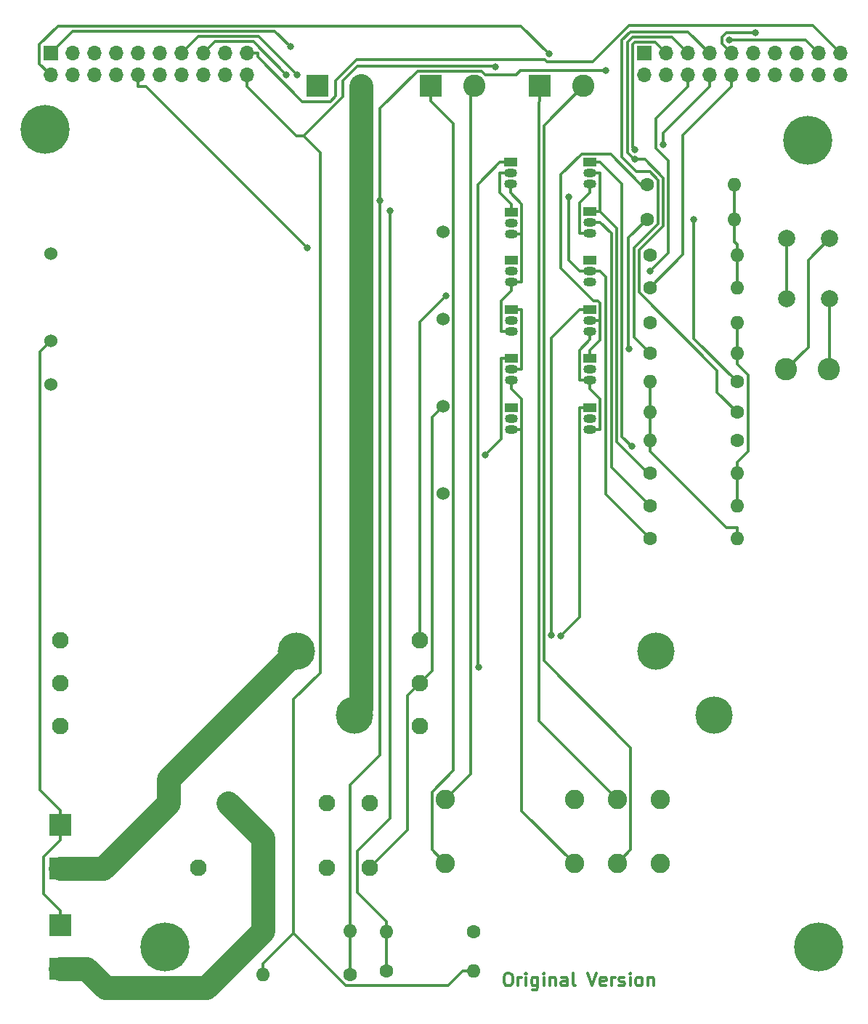
<source format=gbr>
%TF.GenerationSoftware,KiCad,Pcbnew,(5.1.6)-1*%
%TF.CreationDate,2021-11-19T15:30:09+01:00*%
%TF.ProjectId,FoxRobot,466f7852-6f62-46f7-942e-6b696361645f,V01*%
%TF.SameCoordinates,Original*%
%TF.FileFunction,Copper,L1,Top*%
%TF.FilePolarity,Positive*%
%FSLAX46Y46*%
G04 Gerber Fmt 4.6, Leading zero omitted, Abs format (unit mm)*
G04 Created by KiCad (PCBNEW (5.1.6)-1) date 2021-11-19 15:30:09*
%MOMM*%
%LPD*%
G01*
G04 APERTURE LIST*
%TA.AperFunction,NonConductor*%
%ADD10C,0.300000*%
%TD*%
%TA.AperFunction,ComponentPad*%
%ADD11C,1.524000*%
%TD*%
%TA.AperFunction,ComponentPad*%
%ADD12O,1.600000X1.600000*%
%TD*%
%TA.AperFunction,ComponentPad*%
%ADD13C,1.600000*%
%TD*%
%TA.AperFunction,ComponentPad*%
%ADD14R,1.500000X1.050000*%
%TD*%
%TA.AperFunction,ComponentPad*%
%ADD15O,1.500000X1.050000*%
%TD*%
%TA.AperFunction,ComponentPad*%
%ADD16C,1.950000*%
%TD*%
%TA.AperFunction,ComponentPad*%
%ADD17C,4.350000*%
%TD*%
%TA.AperFunction,ComponentPad*%
%ADD18O,1.700000X1.700000*%
%TD*%
%TA.AperFunction,ComponentPad*%
%ADD19R,1.700000X1.700000*%
%TD*%
%TA.AperFunction,ComponentPad*%
%ADD20C,2.600000*%
%TD*%
%TA.AperFunction,ComponentPad*%
%ADD21R,2.600000X2.600000*%
%TD*%
%TA.AperFunction,SMDPad,CuDef*%
%ADD22R,2.500000X2.500000*%
%TD*%
%TA.AperFunction,ComponentPad*%
%ADD23C,2.250000*%
%TD*%
%TA.AperFunction,ComponentPad*%
%ADD24C,3.600000*%
%TD*%
%TA.AperFunction,ConnectorPad*%
%ADD25C,5.700000*%
%TD*%
%TA.AperFunction,ComponentPad*%
%ADD26C,2.000000*%
%TD*%
%TA.AperFunction,ViaPad*%
%ADD27C,0.800000*%
%TD*%
%TA.AperFunction,Conductor*%
%ADD28C,0.300000*%
%TD*%
%TA.AperFunction,Conductor*%
%ADD29C,2.800000*%
%TD*%
G04 APERTURE END LIST*
D10*
X72887142Y-122368571D02*
X73172857Y-122368571D01*
X73315714Y-122440000D01*
X73458571Y-122582857D01*
X73530000Y-122868571D01*
X73530000Y-123368571D01*
X73458571Y-123654285D01*
X73315714Y-123797142D01*
X73172857Y-123868571D01*
X72887142Y-123868571D01*
X72744285Y-123797142D01*
X72601428Y-123654285D01*
X72530000Y-123368571D01*
X72530000Y-122868571D01*
X72601428Y-122582857D01*
X72744285Y-122440000D01*
X72887142Y-122368571D01*
X74172857Y-123868571D02*
X74172857Y-122868571D01*
X74172857Y-123154285D02*
X74244285Y-123011428D01*
X74315714Y-122940000D01*
X74458571Y-122868571D01*
X74601428Y-122868571D01*
X75101428Y-123868571D02*
X75101428Y-122868571D01*
X75101428Y-122368571D02*
X75030000Y-122440000D01*
X75101428Y-122511428D01*
X75172857Y-122440000D01*
X75101428Y-122368571D01*
X75101428Y-122511428D01*
X76458571Y-122868571D02*
X76458571Y-124082857D01*
X76387142Y-124225714D01*
X76315714Y-124297142D01*
X76172857Y-124368571D01*
X75958571Y-124368571D01*
X75815714Y-124297142D01*
X76458571Y-123797142D02*
X76315714Y-123868571D01*
X76030000Y-123868571D01*
X75887142Y-123797142D01*
X75815714Y-123725714D01*
X75744285Y-123582857D01*
X75744285Y-123154285D01*
X75815714Y-123011428D01*
X75887142Y-122940000D01*
X76030000Y-122868571D01*
X76315714Y-122868571D01*
X76458571Y-122940000D01*
X77172857Y-123868571D02*
X77172857Y-122868571D01*
X77172857Y-122368571D02*
X77101428Y-122440000D01*
X77172857Y-122511428D01*
X77244285Y-122440000D01*
X77172857Y-122368571D01*
X77172857Y-122511428D01*
X77887142Y-122868571D02*
X77887142Y-123868571D01*
X77887142Y-123011428D02*
X77958571Y-122940000D01*
X78101428Y-122868571D01*
X78315714Y-122868571D01*
X78458571Y-122940000D01*
X78530000Y-123082857D01*
X78530000Y-123868571D01*
X79887142Y-123868571D02*
X79887142Y-123082857D01*
X79815714Y-122940000D01*
X79672857Y-122868571D01*
X79387142Y-122868571D01*
X79244285Y-122940000D01*
X79887142Y-123797142D02*
X79744285Y-123868571D01*
X79387142Y-123868571D01*
X79244285Y-123797142D01*
X79172857Y-123654285D01*
X79172857Y-123511428D01*
X79244285Y-123368571D01*
X79387142Y-123297142D01*
X79744285Y-123297142D01*
X79887142Y-123225714D01*
X80815714Y-123868571D02*
X80672857Y-123797142D01*
X80601428Y-123654285D01*
X80601428Y-122368571D01*
X82315714Y-122368571D02*
X82815714Y-123868571D01*
X83315714Y-122368571D01*
X84387142Y-123797142D02*
X84244285Y-123868571D01*
X83958571Y-123868571D01*
X83815714Y-123797142D01*
X83744285Y-123654285D01*
X83744285Y-123082857D01*
X83815714Y-122940000D01*
X83958571Y-122868571D01*
X84244285Y-122868571D01*
X84387142Y-122940000D01*
X84458571Y-123082857D01*
X84458571Y-123225714D01*
X83744285Y-123368571D01*
X85101428Y-123868571D02*
X85101428Y-122868571D01*
X85101428Y-123154285D02*
X85172857Y-123011428D01*
X85244285Y-122940000D01*
X85387142Y-122868571D01*
X85530000Y-122868571D01*
X85958571Y-123797142D02*
X86101428Y-123868571D01*
X86387142Y-123868571D01*
X86530000Y-123797142D01*
X86601428Y-123654285D01*
X86601428Y-123582857D01*
X86530000Y-123440000D01*
X86387142Y-123368571D01*
X86172857Y-123368571D01*
X86030000Y-123297142D01*
X85958571Y-123154285D01*
X85958571Y-123082857D01*
X86030000Y-122940000D01*
X86172857Y-122868571D01*
X86387142Y-122868571D01*
X86530000Y-122940000D01*
X87244285Y-123868571D02*
X87244285Y-122868571D01*
X87244285Y-122368571D02*
X87172857Y-122440000D01*
X87244285Y-122511428D01*
X87315714Y-122440000D01*
X87244285Y-122368571D01*
X87244285Y-122511428D01*
X88172857Y-123868571D02*
X88030000Y-123797142D01*
X87958571Y-123725714D01*
X87887142Y-123582857D01*
X87887142Y-123154285D01*
X87958571Y-123011428D01*
X88030000Y-122940000D01*
X88172857Y-122868571D01*
X88387142Y-122868571D01*
X88530000Y-122940000D01*
X88601428Y-123011428D01*
X88672857Y-123154285D01*
X88672857Y-123582857D01*
X88601428Y-123725714D01*
X88530000Y-123797142D01*
X88387142Y-123868571D01*
X88172857Y-123868571D01*
X89315714Y-122868571D02*
X89315714Y-123868571D01*
X89315714Y-123011428D02*
X89387142Y-122940000D01*
X89530000Y-122868571D01*
X89744285Y-122868571D01*
X89887142Y-122940000D01*
X89958571Y-123082857D01*
X89958571Y-123868571D01*
X22923571Y-122027142D02*
X24066428Y-122027142D01*
X23495000Y-122598571D02*
X23495000Y-121455714D01*
X22796571Y-110597142D02*
X23939428Y-110597142D01*
X23368000Y-111168571D02*
X23368000Y-110025714D01*
D11*
%TO.P,U1,8*%
%TO.N,N/C*%
X65405000Y-66548000D03*
%TO.P,U1,7*%
%TO.N,+5V*%
X65405000Y-56388000D03*
%TO.P,U1,6*%
%TO.N,Net-(C1-Pad2)*%
X65405000Y-46228000D03*
%TO.P,U1,5*%
%TO.N,N/C*%
X65405000Y-36068000D03*
%TO.P,U1,4*%
%TO.N,+24V*%
X19685000Y-53848000D03*
%TO.P,U1,3*%
%TO.N,Net-(C1-Pad2)*%
X19685000Y-48768000D03*
%TO.P,U1,1*%
%TO.N,N/C*%
X19685000Y-38608000D03*
%TD*%
D12*
%TO.P,R13,2*%
%TO.N,+5V*%
X89535000Y-60325000D03*
D13*
%TO.P,R13,1*%
%TO.N,Net-(Q12-Pad1)*%
X99695000Y-60325000D03*
%TD*%
D12*
%TO.P,R12,2*%
%TO.N,+5V*%
X89535000Y-57023000D03*
D13*
%TO.P,R12,1*%
%TO.N,/A5*%
X99695000Y-57023000D03*
%TD*%
D12*
%TO.P,R11,2*%
%TO.N,+5V*%
X89535000Y-53467000D03*
D13*
%TO.P,R11,1*%
%TO.N,Net-(Q7-Pad2)*%
X99695000Y-53467000D03*
%TD*%
D12*
%TO.P,R4,2*%
%TO.N,GND*%
X68961000Y-122174000D03*
D13*
%TO.P,R4,1*%
%TO.N,/A3*%
X58801000Y-122174000D03*
%TD*%
D12*
%TO.P,R3,2*%
%TO.N,GND*%
X44450000Y-122555000D03*
D13*
%TO.P,R3,1*%
%TO.N,/A4*%
X54610000Y-122555000D03*
%TD*%
D12*
%TO.P,R2,2*%
%TO.N,/A3*%
X58801000Y-117602000D03*
D13*
%TO.P,R2,1*%
%TO.N,Net-(J3-Pad2)*%
X68961000Y-117602000D03*
%TD*%
D12*
%TO.P,R1,2*%
%TO.N,/A4*%
X54610000Y-117475000D03*
D13*
%TO.P,R1,1*%
%TO.N,Net-(J2-Pad2)*%
X44450000Y-117475000D03*
%TD*%
D14*
%TO.P,Q9,1*%
%TO.N,Net-(K4-Pad2)*%
X73406000Y-39370000D03*
D15*
%TO.P,Q9,3*%
%TO.N,Net-(C1-Pad2)*%
X73406000Y-41910000D03*
%TO.P,Q9,2*%
%TO.N,Net-(Q12-Pad1)*%
X73406000Y-40640000D03*
%TD*%
D14*
%TO.P,Q8,1*%
%TO.N,Net-(Q7-Pad2)*%
X73406000Y-33782000D03*
D15*
%TO.P,Q8,3*%
%TO.N,Net-(C1-Pad2)*%
X73406000Y-36322000D03*
%TO.P,Q8,2*%
%TO.N,/A5*%
X73406000Y-35052000D03*
%TD*%
D14*
%TO.P,Q7,1*%
%TO.N,Net-(K4-Pad1)*%
X73279000Y-27940000D03*
D15*
%TO.P,Q7,3*%
%TO.N,Net-(C1-Pad2)*%
X73279000Y-30480000D03*
%TO.P,Q7,2*%
%TO.N,Net-(Q7-Pad2)*%
X73279000Y-29210000D03*
%TD*%
D16*
%TO.P,K4,5*%
%TO.N,+5V*%
X62738000Y-88599000D03*
D17*
%TO.P,K4,4*%
%TO.N,Net-(J6-Pad2)*%
X96988000Y-92349000D03*
%TO.P,K4,3*%
%TO.N,Net-(J2-Pad2)*%
X90238000Y-84849000D03*
D16*
%TO.P,K4,2*%
%TO.N,Net-(K4-Pad2)*%
X62738000Y-83599000D03*
%TO.P,K4,1*%
%TO.N,Net-(K4-Pad1)*%
X62738000Y-93599000D03*
%TD*%
%TO.P,K3,5*%
%TO.N,+5V*%
X20828000Y-88599000D03*
D17*
%TO.P,K3,4*%
%TO.N,Net-(J6-Pad2)*%
X55078000Y-92349000D03*
%TO.P,K3,3*%
%TO.N,Net-(J3-Pad2)*%
X48328000Y-84849000D03*
D16*
%TO.P,K3,2*%
%TO.N,Net-(K3-Pad2)*%
X20828000Y-83599000D03*
%TO.P,K3,1*%
%TO.N,Net-(K3-Pad1)*%
X20828000Y-93599000D03*
%TD*%
%TO.P,K2,7*%
%TO.N,+5V*%
X56896000Y-110116000D03*
%TO.P,K2,6*%
X51896000Y-110116000D03*
%TO.P,K2,5*%
%TO.N,Net-(C1-Pad1)*%
X36896000Y-110116000D03*
%TO.P,K2,4*%
%TO.N,Net-(J3-Pad2)*%
X33396000Y-102616000D03*
%TO.P,K2,3*%
%TO.N,Net-(J2-Pad2)*%
X40396000Y-102616000D03*
%TO.P,K2,2*%
%TO.N,Net-(K2-Pad2)*%
X51896000Y-102616000D03*
%TO.P,K2,1*%
%TO.N,Net-(K2-Pad1)*%
X56896000Y-102616000D03*
%TD*%
D18*
%TO.P,J5,20*%
%TO.N,GND*%
X42545000Y-17780000D03*
%TO.P,J5,19*%
%TO.N,/A19*%
X42545000Y-15240000D03*
%TO.P,J5,18*%
%TO.N,GND*%
X40005000Y-17780000D03*
%TO.P,J5,17*%
%TO.N,/A17*%
X40005000Y-15240000D03*
%TO.P,J5,16*%
%TO.N,GND*%
X37465000Y-17780000D03*
%TO.P,J5,15*%
%TO.N,/A15*%
X37465000Y-15240000D03*
%TO.P,J5,14*%
%TO.N,GND*%
X34925000Y-17780000D03*
%TO.P,J5,13*%
%TO.N,/A13*%
X34925000Y-15240000D03*
%TO.P,J5,12*%
%TO.N,/A12*%
X32385000Y-17780000D03*
%TO.P,J5,11*%
%TO.N,/A11*%
X32385000Y-15240000D03*
%TO.P,J5,10*%
%TO.N,/A10*%
X29845000Y-17780000D03*
%TO.P,J5,9*%
%TO.N,/A9*%
X29845000Y-15240000D03*
%TO.P,J5,8*%
%TO.N,/A8*%
X27305000Y-17780000D03*
%TO.P,J5,7*%
%TO.N,/A7*%
X27305000Y-15240000D03*
%TO.P,J5,6*%
%TO.N,/A6*%
X24765000Y-17780000D03*
%TO.P,J5,5*%
%TO.N,/A5*%
X24765000Y-15240000D03*
%TO.P,J5,4*%
%TO.N,/A4*%
X22225000Y-17780000D03*
%TO.P,J5,3*%
%TO.N,/A3*%
X22225000Y-15240000D03*
%TO.P,J5,2*%
%TO.N,/A2*%
X19685000Y-17780000D03*
D19*
%TO.P,J5,1*%
%TO.N,/A1*%
X19685000Y-15240000D03*
%TD*%
D20*
%TO.P,J4,2*%
%TO.N,Net-(J4-Pad2)*%
X81788000Y-19050000D03*
D21*
%TO.P,J4,1*%
%TO.N,Net-(J4-Pad1)*%
X76708000Y-19050000D03*
%TD*%
D22*
%TO.P,J3,2*%
%TO.N,Net-(J3-Pad2)*%
X20828000Y-110236000D03*
%TO.P,J3,1*%
%TO.N,Net-(C1-Pad2)*%
X20828000Y-105156000D03*
%TD*%
%TO.P,J2,2*%
%TO.N,Net-(J2-Pad2)*%
X20828000Y-121920000D03*
%TO.P,J2,1*%
%TO.N,Net-(C1-Pad2)*%
X20828000Y-116840000D03*
%TD*%
D23*
%TO.P,K1,11*%
%TO.N,Net-(J4-Pad2)*%
X85732000Y-109622000D03*
%TO.P,K1,12*%
%TO.N,Net-(C1-Pad2)*%
X80732000Y-109622000D03*
%TO.P,K1,14*%
%TO.N,Net-(J1-Pad1)*%
X90732000Y-109622000D03*
%TO.P,K1,21*%
%TO.N,Net-(J4-Pad1)*%
X85732000Y-102122000D03*
%TO.P,K1,22*%
%TO.N,+5V*%
X80732000Y-102122000D03*
%TO.P,K1,24*%
%TO.N,Net-(J1-Pad2)*%
X90732000Y-102122000D03*
%TO.P,K1,A1*%
%TO.N,Net-(J1-Pad1)*%
X65732000Y-109622000D03*
%TO.P,K1,A2*%
%TO.N,Net-(J1-Pad2)*%
X65732000Y-102122000D03*
%TD*%
D21*
%TO.P,J1,1*%
%TO.N,Net-(J1-Pad1)*%
X64008000Y-19050000D03*
D20*
%TO.P,J1,2*%
%TO.N,Net-(J1-Pad2)*%
X69088000Y-19050000D03*
%TD*%
D21*
%TO.P,J6,1*%
%TO.N,Net-(C1-Pad2)*%
X50800000Y-19050000D03*
D20*
%TO.P,J6,2*%
%TO.N,Net-(J6-Pad2)*%
X55880000Y-19050000D03*
%TD*%
D19*
%TO.P,J7,1*%
%TO.N,/A1*%
X88900000Y-15240000D03*
D18*
%TO.P,J7,2*%
%TO.N,/A2*%
X88900000Y-17780000D03*
%TO.P,J7,3*%
%TO.N,/A3*%
X91440000Y-15240000D03*
%TO.P,J7,4*%
%TO.N,/A4*%
X91440000Y-17780000D03*
%TO.P,J7,5*%
%TO.N,/A5*%
X93980000Y-15240000D03*
%TO.P,J7,6*%
%TO.N,/A6*%
X93980000Y-17780000D03*
%TO.P,J7,7*%
%TO.N,/A7*%
X96520000Y-15240000D03*
%TO.P,J7,8*%
%TO.N,/A8*%
X96520000Y-17780000D03*
%TO.P,J7,9*%
%TO.N,/A9*%
X99060000Y-15240000D03*
%TO.P,J7,10*%
%TO.N,/A10*%
X99060000Y-17780000D03*
%TO.P,J7,11*%
%TO.N,/A11*%
X101600000Y-15240000D03*
%TO.P,J7,12*%
%TO.N,/A12*%
X101600000Y-17780000D03*
%TO.P,J7,13*%
%TO.N,/A13*%
X104140000Y-15240000D03*
%TO.P,J7,14*%
%TO.N,GND*%
X104140000Y-17780000D03*
%TO.P,J7,15*%
%TO.N,/A15*%
X106680000Y-15240000D03*
%TO.P,J7,16*%
%TO.N,GND*%
X106680000Y-17780000D03*
%TO.P,J7,17*%
%TO.N,/A17*%
X109220000Y-15240000D03*
%TO.P,J7,18*%
%TO.N,GND*%
X109220000Y-17780000D03*
%TO.P,J7,19*%
%TO.N,/A19*%
X111760000Y-15240000D03*
%TO.P,J7,20*%
%TO.N,GND*%
X111760000Y-17780000D03*
%TD*%
D24*
%TO.P,H1,1*%
%TO.N,N/C*%
X19050000Y-24130000D03*
D25*
X19050000Y-24130000D03*
%TD*%
%TO.P,H2,1*%
%TO.N,N/C*%
X107950000Y-25400000D03*
D24*
X107950000Y-25400000D03*
%TD*%
%TO.P,H3,1*%
%TO.N,N/C*%
X33020000Y-119380000D03*
D25*
X33020000Y-119380000D03*
%TD*%
%TO.P,H4,1*%
%TO.N,N/C*%
X109220000Y-119380000D03*
D24*
X109220000Y-119380000D03*
%TD*%
D26*
%TO.P,C1,2*%
%TO.N,Net-(C1-Pad2)*%
X105490000Y-43815000D03*
%TO.P,C1,1*%
%TO.N,Net-(C1-Pad1)*%
X110490000Y-43815000D03*
%TD*%
%TO.P,C2,1*%
%TO.N,+24V*%
X110490000Y-36830000D03*
%TO.P,C2,2*%
%TO.N,Net-(C1-Pad2)*%
X105490000Y-36830000D03*
%TD*%
D20*
%TO.P,L1,1*%
%TO.N,+24V*%
X105410000Y-52070000D03*
%TO.P,L1,2*%
%TO.N,Net-(C1-Pad1)*%
X110410000Y-52070000D03*
%TD*%
D15*
%TO.P,Q1,2*%
%TO.N,Net-(Q1-Pad2)*%
X82550000Y-46355000D03*
%TO.P,Q1,3*%
%TO.N,Net-(C1-Pad2)*%
X82550000Y-47625000D03*
D14*
%TO.P,Q1,1*%
%TO.N,Net-(K2-Pad2)*%
X82550000Y-45085000D03*
%TD*%
D15*
%TO.P,Q2,2*%
%TO.N,/A9*%
X82550000Y-52070000D03*
%TO.P,Q2,3*%
%TO.N,Net-(C1-Pad2)*%
X82550000Y-53340000D03*
D14*
%TO.P,Q2,1*%
%TO.N,Net-(Q1-Pad2)*%
X82550000Y-50800000D03*
%TD*%
D15*
%TO.P,Q3,2*%
%TO.N,Net-(Q3-Pad2)*%
X82550000Y-57785000D03*
%TO.P,Q3,3*%
%TO.N,Net-(C1-Pad2)*%
X82550000Y-59055000D03*
D14*
%TO.P,Q3,1*%
%TO.N,Net-(K2-Pad1)*%
X82550000Y-56515000D03*
%TD*%
D15*
%TO.P,Q4,2*%
%TO.N,/A10*%
X73406000Y-57785000D03*
%TO.P,Q4,3*%
%TO.N,Net-(C1-Pad2)*%
X73406000Y-59055000D03*
D14*
%TO.P,Q4,1*%
%TO.N,Net-(Q3-Pad2)*%
X73406000Y-56515000D03*
%TD*%
%TO.P,Q5,1*%
%TO.N,Net-(K3-Pad1)*%
X73406000Y-50800000D03*
D15*
%TO.P,Q5,3*%
%TO.N,Net-(C1-Pad2)*%
X73406000Y-53340000D03*
%TO.P,Q5,2*%
%TO.N,Net-(Q5-Pad2)*%
X73406000Y-52070000D03*
%TD*%
%TO.P,Q6,2*%
%TO.N,/A7*%
X73406000Y-46355000D03*
%TO.P,Q6,3*%
%TO.N,Net-(C1-Pad2)*%
X73406000Y-47625000D03*
D14*
%TO.P,Q6,1*%
%TO.N,Net-(Q5-Pad2)*%
X73406000Y-45085000D03*
%TD*%
%TO.P,Q10,1*%
%TO.N,Net-(K3-Pad2)*%
X82550000Y-27940000D03*
D15*
%TO.P,Q10,3*%
%TO.N,Net-(C1-Pad2)*%
X82550000Y-30480000D03*
%TO.P,Q10,2*%
%TO.N,Net-(Q10-Pad2)*%
X82550000Y-29210000D03*
%TD*%
D14*
%TO.P,Q11,1*%
%TO.N,Net-(Q10-Pad2)*%
X82550000Y-33655000D03*
D15*
%TO.P,Q11,3*%
%TO.N,Net-(C1-Pad2)*%
X82550000Y-36195000D03*
%TO.P,Q11,2*%
%TO.N,/A8*%
X82550000Y-34925000D03*
%TD*%
D14*
%TO.P,Q12,1*%
%TO.N,Net-(Q12-Pad1)*%
X82550000Y-39370000D03*
D15*
%TO.P,Q12,3*%
%TO.N,Net-(C1-Pad2)*%
X82550000Y-41910000D03*
%TO.P,Q12,2*%
%TO.N,/A6*%
X82550000Y-40640000D03*
%TD*%
D12*
%TO.P,R5,2*%
%TO.N,+5V*%
X99401000Y-30506000D03*
D13*
%TO.P,R5,1*%
%TO.N,Net-(Q1-Pad2)*%
X89241000Y-30506000D03*
%TD*%
%TO.P,R6,1*%
%TO.N,/A9*%
X89241000Y-34556000D03*
D12*
%TO.P,R6,2*%
%TO.N,+5V*%
X99401000Y-34556000D03*
%TD*%
%TO.P,R7,2*%
%TO.N,+5V*%
X99695000Y-38735000D03*
D13*
%TO.P,R7,1*%
%TO.N,Net-(Q3-Pad2)*%
X89535000Y-38735000D03*
%TD*%
%TO.P,R8,1*%
%TO.N,/A10*%
X89533000Y-42527000D03*
D12*
%TO.P,R8,2*%
%TO.N,+5V*%
X99693000Y-42527000D03*
%TD*%
D13*
%TO.P,R9,1*%
%TO.N,Net-(Q5-Pad2)*%
X89533000Y-46577000D03*
D12*
%TO.P,R9,2*%
%TO.N,Net-(R10-Pad2)*%
X99693000Y-46577000D03*
%TD*%
%TO.P,R10,2*%
%TO.N,Net-(R10-Pad2)*%
X99695000Y-50165000D03*
D13*
%TO.P,R10,1*%
%TO.N,/A7*%
X89535000Y-50165000D03*
%TD*%
%TO.P,R14,1*%
%TO.N,Net-(Q10-Pad2)*%
X89535000Y-64135000D03*
D12*
%TO.P,R14,2*%
%TO.N,Net-(R10-Pad2)*%
X99695000Y-64135000D03*
%TD*%
D13*
%TO.P,R15,1*%
%TO.N,/A8*%
X89535000Y-67945000D03*
D12*
%TO.P,R15,2*%
%TO.N,Net-(R10-Pad2)*%
X99695000Y-67945000D03*
%TD*%
%TO.P,R16,2*%
%TO.N,+5V*%
X99695000Y-71755000D03*
D13*
%TO.P,R16,1*%
%TO.N,/A6*%
X89535000Y-71755000D03*
%TD*%
D27*
%TO.N,GND*%
X71501400Y-16821700D03*
%TO.N,Net-(K2-Pad1)*%
X79174100Y-83110700D03*
%TO.N,Net-(K2-Pad2)*%
X78037300Y-83045000D03*
%TO.N,Net-(K3-Pad1)*%
X70368700Y-61996600D03*
%TO.N,Net-(Q7-Pad2)*%
X94682500Y-34627000D03*
%TO.N,Net-(K4-Pad1)*%
X69551100Y-86785900D03*
%TO.N,Net-(K3-Pad2)*%
X87430700Y-61046300D03*
%TO.N,Net-(K4-Pad2)*%
X65785400Y-43468800D03*
%TO.N,/A17*%
X98784400Y-13683300D03*
%TO.N,/A15*%
X47161300Y-17702800D03*
%TO.N,/A13*%
X48411300Y-17701900D03*
%TO.N,/A10*%
X49617300Y-37900000D03*
%TO.N,/A9*%
X101829100Y-12823000D03*
X87117100Y-49641700D03*
%TO.N,/A8*%
X91081600Y-25866300D03*
%TO.N,/A6*%
X89548400Y-40630700D03*
X80044000Y-31926600D03*
%TO.N,/A5*%
X87809800Y-27564200D03*
%TO.N,/A4*%
X84442700Y-17275400D03*
X58104000Y-32360400D03*
%TO.N,/A3*%
X87804900Y-26463800D03*
X59249900Y-33563300D03*
%TO.N,/A2*%
X77812000Y-15326400D03*
%TO.N,/A1*%
X47637800Y-14473400D03*
%TD*%
D28*
%TO.N,GND*%
X49145700Y-24832100D02*
X53727800Y-20250000D01*
X53727800Y-20250000D02*
X53727800Y-18434900D01*
X53727800Y-18434900D02*
X55467500Y-16695200D01*
X55467500Y-16695200D02*
X71374900Y-16695200D01*
X71374900Y-16695200D02*
X71501400Y-16821700D01*
X42545000Y-19080300D02*
X48296800Y-24832100D01*
X48296800Y-24832100D02*
X49145700Y-24832100D01*
X49145700Y-24832100D02*
X51105900Y-26792300D01*
X51105900Y-26792300D02*
X51105900Y-87392800D01*
X51105900Y-87392800D02*
X48017600Y-90481100D01*
X48017600Y-90481100D02*
X48017600Y-117737100D01*
X48017600Y-117737100D02*
X44450000Y-121304700D01*
X48017600Y-117737100D02*
X54119800Y-123839300D01*
X54119800Y-123839300D02*
X66045400Y-123839300D01*
X66045400Y-123839300D02*
X67710700Y-122174000D01*
X68961000Y-122174000D02*
X67710700Y-122174000D01*
X42545000Y-17780000D02*
X42545000Y-19080300D01*
X44450000Y-122555000D02*
X44450000Y-121304700D01*
%TO.N,Net-(Q1-Pad2)*%
X83750300Y-46355000D02*
X83750300Y-44339600D01*
X83750300Y-44339600D02*
X83444500Y-44033800D01*
X83444500Y-44033800D02*
X82998800Y-44033800D01*
X82998800Y-44033800D02*
X79193500Y-40228500D01*
X79193500Y-40228500D02*
X79193500Y-29344800D01*
X79193500Y-29344800D02*
X81573700Y-26964600D01*
X81573700Y-26964600D02*
X84954400Y-26964600D01*
X84954400Y-26964600D02*
X88495800Y-30506000D01*
X88495800Y-30506000D02*
X89241000Y-30506000D01*
X83600200Y-46355000D02*
X83750300Y-46355000D01*
X82550000Y-46355000D02*
X83600200Y-46355000D01*
X82550000Y-50800000D02*
X82550000Y-49824700D01*
X82550000Y-49824700D02*
X83750300Y-48624400D01*
X83750300Y-48624400D02*
X83750300Y-46355000D01*
%TO.N,+5V*%
X99401000Y-34556000D02*
X99401000Y-30506000D01*
X99695000Y-37484700D02*
X99401000Y-37190700D01*
X99401000Y-37190700D02*
X99401000Y-34556000D01*
X99695000Y-71755000D02*
X99695000Y-70504700D01*
X89535000Y-60325000D02*
X89535000Y-61575300D01*
X89535000Y-61575300D02*
X98464400Y-70504700D01*
X98464400Y-70504700D02*
X99695000Y-70504700D01*
X89535000Y-57023000D02*
X89535000Y-60325000D01*
X62738000Y-88599000D02*
X61312600Y-90024400D01*
X61312600Y-90024400D02*
X61312600Y-105699400D01*
X61312600Y-105699400D02*
X56896000Y-110116000D01*
X65405000Y-56388000D02*
X64163400Y-57629600D01*
X64163400Y-57629600D02*
X64163400Y-87173600D01*
X64163400Y-87173600D02*
X62738000Y-88599000D01*
X99695000Y-38735000D02*
X99695000Y-37484700D01*
X99695000Y-38735000D02*
X99695000Y-41274700D01*
X99695000Y-41274700D02*
X99693000Y-41276700D01*
X99693000Y-42527000D02*
X99693000Y-41276700D01*
X89535000Y-53467000D02*
X89535000Y-57023000D01*
%TO.N,Net-(J1-Pad2)*%
X69088000Y-19050000D02*
X68669700Y-19468300D01*
X68669700Y-19468300D02*
X68669700Y-99184300D01*
X68669700Y-99184300D02*
X65732000Y-102122000D01*
%TO.N,Net-(J1-Pad1)*%
X64008000Y-19050000D02*
X64008000Y-20800300D01*
X64008000Y-20800300D02*
X66639100Y-23431400D01*
X66639100Y-23431400D02*
X66639100Y-98795300D01*
X66639100Y-98795300D02*
X64134500Y-101299900D01*
X64134500Y-101299900D02*
X64134500Y-108024500D01*
X64134500Y-108024500D02*
X65732000Y-109622000D01*
D29*
%TO.N,Net-(J2-Pad2)*%
X20828000Y-121920000D02*
X23878300Y-121920000D01*
X23878300Y-121920000D02*
X26033700Y-124075400D01*
X26033700Y-124075400D02*
X37849600Y-124075400D01*
X37849600Y-124075400D02*
X44450000Y-117475000D01*
X40396000Y-102616000D02*
X44450000Y-106670000D01*
X44450000Y-106670000D02*
X44450000Y-117475000D01*
D28*
%TO.N,Net-(J4-Pad1)*%
X76708000Y-19050000D02*
X76708000Y-20800300D01*
X85732000Y-102122000D02*
X76580100Y-92970100D01*
X76580100Y-92970100D02*
X76580100Y-20928200D01*
X76580100Y-20928200D02*
X76708000Y-20800300D01*
%TO.N,Net-(J4-Pad2)*%
X85732000Y-109622000D02*
X87321300Y-108032700D01*
X87321300Y-108032700D02*
X87321300Y-96102300D01*
X87321300Y-96102300D02*
X77180500Y-85961500D01*
X77180500Y-85961500D02*
X77180500Y-23657500D01*
X77180500Y-23657500D02*
X81788000Y-19050000D01*
%TO.N,Net-(K2-Pad1)*%
X81349700Y-56515000D02*
X81349700Y-80935100D01*
X81349700Y-80935100D02*
X79174100Y-83110700D01*
X82550000Y-56515000D02*
X81349700Y-56515000D01*
%TO.N,Net-(K2-Pad2)*%
X78037300Y-83045000D02*
X78037300Y-48397400D01*
X78037300Y-48397400D02*
X81349700Y-45085000D01*
X82550000Y-45085000D02*
X81349700Y-45085000D01*
%TO.N,Net-(K3-Pad1)*%
X72205700Y-50800000D02*
X72205700Y-60159600D01*
X72205700Y-60159600D02*
X70368700Y-61996600D01*
X73406000Y-50800000D02*
X72205700Y-50800000D01*
%TO.N,Net-(Q5-Pad2)*%
X73406000Y-52070000D02*
X74606300Y-52070000D01*
X73406000Y-45085000D02*
X74606300Y-45085000D01*
X74606300Y-45085000D02*
X74606300Y-52070000D01*
%TO.N,Net-(Q7-Pad2)*%
X99695000Y-53467000D02*
X94682500Y-48454500D01*
X94682500Y-48454500D02*
X94682500Y-34627000D01*
X73406000Y-33782000D02*
X73406000Y-32806700D01*
X73279000Y-29210000D02*
X72078700Y-29210000D01*
X72078700Y-29210000D02*
X72078700Y-31479400D01*
X72078700Y-31479400D02*
X73406000Y-32806700D01*
D29*
%TO.N,Net-(J3-Pad2)*%
X33396000Y-102616000D02*
X33396000Y-99781000D01*
X33396000Y-99781000D02*
X48328000Y-84849000D01*
X20828000Y-110236000D02*
X25776000Y-110236000D01*
X25776000Y-110236000D02*
X33396000Y-102616000D01*
D28*
%TO.N,Net-(K4-Pad1)*%
X72078700Y-27940000D02*
X69518400Y-30500300D01*
X69518400Y-30500300D02*
X69518400Y-86753200D01*
X69518400Y-86753200D02*
X69551100Y-86785900D01*
X73279000Y-27940000D02*
X72078700Y-27940000D01*
D29*
%TO.N,Net-(J6-Pad2)*%
X55078000Y-92349000D02*
X55880000Y-91547000D01*
X55880000Y-91547000D02*
X55880000Y-19050000D01*
D28*
%TO.N,Net-(K3-Pad2)*%
X87430700Y-61046300D02*
X86266700Y-59882300D01*
X86266700Y-59882300D02*
X86266700Y-30456400D01*
X86266700Y-30456400D02*
X83750300Y-27940000D01*
X82550000Y-27940000D02*
X83750300Y-27940000D01*
%TO.N,Net-(K4-Pad2)*%
X62738000Y-83599000D02*
X62738000Y-46516200D01*
X62738000Y-46516200D02*
X65785400Y-43468800D01*
%TO.N,/A19*%
X43845300Y-15240000D02*
X43845300Y-15650700D01*
X43845300Y-15650700D02*
X49033200Y-20838600D01*
X49033200Y-20838600D02*
X52290300Y-20838600D01*
X52290300Y-20838600D02*
X52915500Y-20213400D01*
X52915500Y-20213400D02*
X52915500Y-18398100D01*
X52915500Y-18398100D02*
X55342200Y-15971400D01*
X55342200Y-15971400D02*
X77254600Y-15971400D01*
X77254600Y-15971400D02*
X77507300Y-16224100D01*
X77507300Y-16224100D02*
X82897000Y-16224100D01*
X82897000Y-16224100D02*
X87148400Y-11972700D01*
X87148400Y-11972700D02*
X108492700Y-11972700D01*
X108492700Y-11972700D02*
X111760000Y-15240000D01*
X42545000Y-15240000D02*
X43845300Y-15240000D01*
%TO.N,/A17*%
X109220000Y-15240000D02*
X107663300Y-13683300D01*
X107663300Y-13683300D02*
X98784400Y-13683300D01*
%TO.N,/A15*%
X37465000Y-15240000D02*
X38823400Y-13881600D01*
X38823400Y-13881600D02*
X43340100Y-13881600D01*
X43340100Y-13881600D02*
X47161300Y-17702800D01*
%TO.N,/A13*%
X34925000Y-15240000D02*
X36929400Y-13235600D01*
X36929400Y-13235600D02*
X43945000Y-13235600D01*
X43945000Y-13235600D02*
X48411300Y-17701900D01*
%TO.N,/A10*%
X99060000Y-17780000D02*
X99060000Y-19080300D01*
X89533000Y-42527000D02*
X93364600Y-38695400D01*
X93364600Y-38695400D02*
X93364600Y-24775700D01*
X93364600Y-24775700D02*
X99060000Y-19080300D01*
X29845000Y-17780000D02*
X29845000Y-19080300D01*
X49617300Y-37900000D02*
X30797600Y-19080300D01*
X30797600Y-19080300D02*
X29845000Y-19080300D01*
%TO.N,/A9*%
X89241000Y-34556000D02*
X87064400Y-36732600D01*
X87064400Y-36732600D02*
X87064400Y-49589000D01*
X87064400Y-49589000D02*
X87117100Y-49641700D01*
X101829100Y-12823000D02*
X98431400Y-12823000D01*
X98431400Y-12823000D02*
X97925400Y-13329000D01*
X97925400Y-13329000D02*
X97925400Y-14105400D01*
X97925400Y-14105400D02*
X99060000Y-15240000D01*
%TO.N,/A8*%
X91081600Y-25866300D02*
X91081600Y-24518700D01*
X91081600Y-24518700D02*
X96520000Y-19080300D01*
X96520000Y-17780000D02*
X96520000Y-19080300D01*
X89535000Y-67945000D02*
X85066100Y-63476100D01*
X85066100Y-63476100D02*
X85066100Y-36240800D01*
X85066100Y-36240800D02*
X83750300Y-34925000D01*
X82550000Y-34925000D02*
X83750300Y-34925000D01*
%TO.N,/A7*%
X89535000Y-50165000D02*
X87664800Y-48294800D01*
X87664800Y-48294800D02*
X87664800Y-37926700D01*
X87664800Y-37926700D02*
X90509700Y-35081800D01*
X90509700Y-35081800D02*
X90509700Y-29978200D01*
X90509700Y-29978200D02*
X89546300Y-29014800D01*
X89546300Y-29014800D02*
X87993000Y-29014800D01*
X87993000Y-29014800D02*
X86299200Y-27321000D01*
X86299200Y-27321000D02*
X86299200Y-13671000D01*
X86299200Y-13671000D02*
X87248400Y-12721800D01*
X87248400Y-12721800D02*
X94001800Y-12721800D01*
X94001800Y-12721800D02*
X96520000Y-15240000D01*
%TO.N,/A6*%
X93980000Y-17780000D02*
X93980000Y-19080300D01*
X93980000Y-19080300D02*
X90231200Y-22829100D01*
X90231200Y-22829100D02*
X90231200Y-26266200D01*
X90231200Y-26266200D02*
X91717600Y-27752600D01*
X91717600Y-27752600D02*
X91717600Y-38461500D01*
X91717600Y-38461500D02*
X89548400Y-40630700D01*
X81349700Y-40640000D02*
X80044000Y-39334300D01*
X80044000Y-39334300D02*
X80044000Y-31926600D01*
X82550000Y-40640000D02*
X83750300Y-40640000D01*
X83750300Y-40640000D02*
X84377900Y-41267600D01*
X84377900Y-41267600D02*
X84377900Y-66597900D01*
X84377900Y-66597900D02*
X89535000Y-71755000D01*
X82504900Y-40640000D02*
X82550000Y-40640000D01*
X82504900Y-40640000D02*
X81349700Y-40640000D01*
%TO.N,/A5*%
X87809800Y-27564200D02*
X88944800Y-27564200D01*
X88944800Y-27564200D02*
X91110100Y-29729500D01*
X91110100Y-29729500D02*
X91110100Y-35330500D01*
X91110100Y-35330500D02*
X88276800Y-38163800D01*
X88276800Y-38163800D02*
X88276800Y-43099800D01*
X88276800Y-43099800D02*
X97389400Y-52212400D01*
X97389400Y-52212400D02*
X97389400Y-54717400D01*
X97389400Y-54717400D02*
X99695000Y-57023000D01*
X93980000Y-15240000D02*
X92071000Y-13331000D01*
X92071000Y-13331000D02*
X87501100Y-13331000D01*
X87501100Y-13331000D02*
X86917900Y-13914200D01*
X86917900Y-13914200D02*
X86917900Y-26779200D01*
X86917900Y-26779200D02*
X87702900Y-27564200D01*
X87702900Y-27564200D02*
X87809800Y-27564200D01*
%TO.N,/A4*%
X84442700Y-17275400D02*
X74441200Y-17275400D01*
X74441200Y-17275400D02*
X73998700Y-17717900D01*
X73998700Y-17717900D02*
X70317900Y-17717900D01*
X70317900Y-17717900D02*
X69899600Y-17299600D01*
X69899600Y-17299600D02*
X62469200Y-17299600D01*
X62469200Y-17299600D02*
X58104000Y-21664800D01*
X58104000Y-21664800D02*
X58104000Y-32360400D01*
X54610000Y-117475000D02*
X54610000Y-100451900D01*
X54610000Y-100451900D02*
X58104000Y-96957900D01*
X58104000Y-96957900D02*
X58104000Y-32360400D01*
X54610000Y-117475000D02*
X54610000Y-122555000D01*
%TO.N,/A3*%
X91440000Y-15240000D02*
X90139600Y-13939600D01*
X90139600Y-13939600D02*
X87799700Y-13939600D01*
X87799700Y-13939600D02*
X87571600Y-14167700D01*
X87571600Y-14167700D02*
X87571600Y-26230500D01*
X87571600Y-26230500D02*
X87804900Y-26463800D01*
X58801000Y-116351700D02*
X55454100Y-113004800D01*
X55454100Y-113004800D02*
X55454100Y-108191100D01*
X55454100Y-108191100D02*
X59249900Y-104395300D01*
X59249900Y-104395300D02*
X59249900Y-33563300D01*
X58801000Y-117602000D02*
X58801000Y-116351700D01*
X58801000Y-117602000D02*
X58801000Y-122174000D01*
%TO.N,/A2*%
X77812000Y-15326400D02*
X74520400Y-12034800D01*
X74520400Y-12034800D02*
X20550900Y-12034800D01*
X20550900Y-12034800D02*
X18384600Y-14201100D01*
X18384600Y-14201100D02*
X18384600Y-16479600D01*
X18384600Y-16479600D02*
X19685000Y-17780000D01*
%TO.N,/A1*%
X19685000Y-15240000D02*
X22289800Y-12635200D01*
X22289800Y-12635200D02*
X45799600Y-12635200D01*
X45799600Y-12635200D02*
X47637800Y-14473400D01*
%TO.N,Net-(C1-Pad2)*%
X73406000Y-41910000D02*
X73406000Y-42885300D01*
X73406000Y-47625000D02*
X72205700Y-47625000D01*
X72205700Y-47625000D02*
X72205700Y-44085600D01*
X72205700Y-44085600D02*
X73406000Y-42885300D01*
X20828000Y-105156000D02*
X20828000Y-103455700D01*
X19685000Y-48768000D02*
X18422600Y-50030400D01*
X18422600Y-50030400D02*
X18422600Y-101050300D01*
X18422600Y-101050300D02*
X20828000Y-103455700D01*
X82550000Y-30480000D02*
X82550000Y-31455300D01*
X82550000Y-36195000D02*
X81349700Y-36195000D01*
X81349700Y-36195000D02*
X81349700Y-32655600D01*
X81349700Y-32655600D02*
X82550000Y-31455300D01*
X74606200Y-59055000D02*
X74606200Y-103496200D01*
X74606200Y-103496200D02*
X80732000Y-109622000D01*
X74606200Y-59055000D02*
X74606300Y-59055000D01*
X73406000Y-59055000D02*
X74456200Y-59055000D01*
X74456200Y-59055000D02*
X74606200Y-59055000D01*
X73406000Y-53340000D02*
X73406000Y-54315300D01*
X73406000Y-54315300D02*
X74606300Y-55515600D01*
X74606300Y-55515600D02*
X74606300Y-59055000D01*
X73406000Y-41910000D02*
X74606300Y-41910000D01*
X74606300Y-36322000D02*
X74606300Y-41910000D01*
X74456200Y-36322000D02*
X74606300Y-36322000D01*
X74606300Y-36322000D02*
X74606300Y-32782600D01*
X74606300Y-32782600D02*
X73279000Y-31455300D01*
X73406000Y-36322000D02*
X74456200Y-36322000D01*
X73279000Y-30480000D02*
X73279000Y-31455300D01*
X20828000Y-106856300D02*
X18877700Y-108806600D01*
X18877700Y-108806600D02*
X18877700Y-113189400D01*
X18877700Y-113189400D02*
X20828000Y-115139700D01*
X20828000Y-106006100D02*
X20828000Y-105156000D01*
X20828000Y-106006100D02*
X20828000Y-106856300D01*
X20828000Y-116840000D02*
X20828000Y-115139700D01*
X105490000Y-36830000D02*
X105490000Y-43815000D01*
X82550000Y-53340000D02*
X81349700Y-53340000D01*
X82550000Y-47625000D02*
X82550000Y-48600300D01*
X82550000Y-48600300D02*
X81349700Y-49800600D01*
X81349700Y-49800600D02*
X81349700Y-53340000D01*
X82550000Y-59055000D02*
X83750300Y-59055000D01*
X82550000Y-53340000D02*
X82550000Y-54315300D01*
X82550000Y-54315300D02*
X83750300Y-55515600D01*
X83750300Y-55515600D02*
X83750300Y-59055000D01*
%TO.N,Net-(C1-Pad1)*%
X110410000Y-52070000D02*
X110490000Y-51990000D01*
X110490000Y-51990000D02*
X110490000Y-43815000D01*
%TO.N,Net-(Q10-Pad2)*%
X89535000Y-64135000D02*
X89314200Y-64135000D01*
X89314200Y-64135000D02*
X85666400Y-60487200D01*
X85666400Y-60487200D02*
X85666400Y-35571100D01*
X85666400Y-35571100D02*
X83750300Y-33655000D01*
X82550000Y-29210000D02*
X83750300Y-29210000D01*
X83750300Y-33655000D02*
X83750300Y-29210000D01*
X83600200Y-33655000D02*
X83750300Y-33655000D01*
X82550000Y-33655000D02*
X83600200Y-33655000D01*
%TO.N,Net-(R10-Pad2)*%
X99695000Y-64135000D02*
X99695000Y-62884700D01*
X99695000Y-62884700D02*
X100968800Y-61610900D01*
X100968800Y-61610900D02*
X100968800Y-52689100D01*
X100968800Y-52689100D02*
X99695000Y-51415300D01*
X99695000Y-67945000D02*
X99695000Y-64135000D01*
X99695000Y-50165000D02*
X99695000Y-51415300D01*
X99693000Y-46577000D02*
X99693000Y-47827300D01*
X99693000Y-47827300D02*
X99695000Y-47829300D01*
X99695000Y-47829300D02*
X99695000Y-50165000D01*
%TO.N,+24V*%
X105410000Y-52070000D02*
X107990000Y-49490000D01*
X107990000Y-49490000D02*
X107990000Y-39330000D01*
X107990000Y-39330000D02*
X110490000Y-36830000D01*
%TD*%
M02*

</source>
